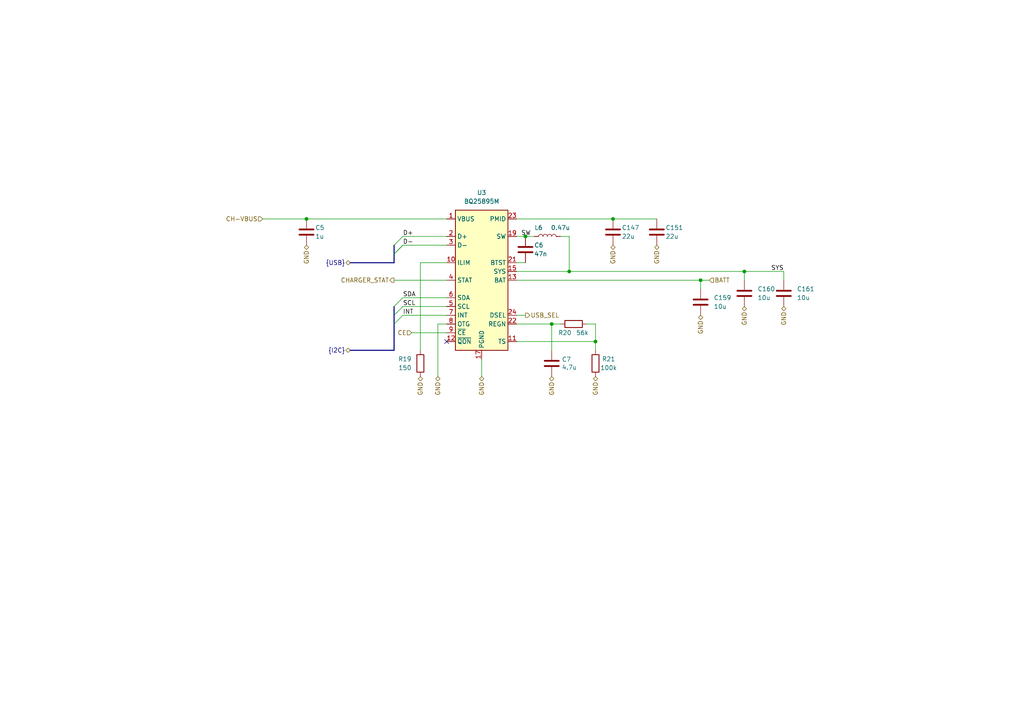
<source format=kicad_sch>
(kicad_sch (version 20250114) (generator "eeschema") (generator_version "9.0")
  (paper "A4")
  (lib_symbols
    (symbol "Battery_Management:BQ25895RTW"
      (property "Reference" "U" (at -5.08 22.86 0))
      (property "Value" "BQ25895RTW" (at 5.08 22.86 0))
      (symbol "BQ25895RTW_0_1"
        (rectangle (start -7.62 20.32) (end 7.62 -20.32) (stroke (width 0.254)) (fill (type background)))
      )
      (symbol "BQ25895RTW_1_1"
        (pin power_in line (at -10.16 17.78 0) (length 2.54) (name "VBUS") (number "1"))
        (pin bidirectional line (at -10.16 12.7 0) (length 2.54) (name "D+") (number "2"))
        (pin bidirectional line (at -10.16 10.16 0) (length 2.54) (name "D-") (number "3"))
        (pin passive line (at -10.16 5.08 0) (length 2.54) (name "ILIM") (number "10"))
        (pin open_collector line (at -10.16 0 0) (length 2.54) (name "STAT") (number "4"))
        (pin bidirectional line (at -10.16 -5.08 0) (length 2.54) (name "SDA") (number "6"))
        (pin input line (at -10.16 -7.62 0) (length 2.54) (name "SCL") (number "5"))
        (pin open_collector line (at -10.16 -10.16 0) (length 2.54) (name "INT") (number "7"))
        (pin input line (at -10.16 -12.7 0) (length 2.54) (name "OTG") (number "8"))
        (pin input line (at -10.16 -15.24 0) (length 2.54) (name "~{CE}") (number "9"))
        (pin input line (at -10.16 -17.78 0) (length 2.54) (name "~{QON}") (number "12"))
        (pin power_in line (at 0 -22.86 90) (length 2.54) (name "PGND") (number "17"))
        (pin passive line (at 0 -22.86 90) (length 2.54) (hide yes) (name "PGND") (number "18"))
        (pin passive line (at 0 -22.86 90) (length 2.54) (hide yes) (name "PGND") (number "25"))
        (pin power_out line (at 10.16 17.78 180) (length 2.54) (name "PMID") (number "23"))
        (pin power_out line (at 10.16 12.7 180) (length 2.54) (name "SW") (number "19"))
        (pin passive line (at 10.16 12.7 180) (length 2.54) (hide yes) (name "SW") (number "20"))
        (pin passive line (at 10.16 5.08 180) (length 2.54) (name "BTST") (number "21"))
        (pin passive line (at 10.16 2.54 180) (length 2.54) (name "SYS") (number "15"))
        (pin passive line (at 10.16 2.54 180) (length 2.54) (hide yes) (name "SYS") (number "16"))
        (pin passive line (at 10.16 0 180) (length 2.54) (name "BAT") (number "13"))
        (pin passive line (at 10.16 0 180) (length 2.54) (hide yes) (name "BAT") (number "14"))
        (pin open_collector line (at 10.16 -10.16 180) (length 2.54) (name "DSEL") (number "24"))
        (pin passive line (at 10.16 -12.7 180) (length 2.54) (name "REGN") (number "22"))
        (pin passive line (at 10.16 -17.78 180) (length 2.54) (name "TS") (number "11"))
      )
    )
    (symbol "Device:C" (pin_numbers (hide yes)) (pin_names (offset 0.254))
      (property "Reference" "C" (at 0.635 2.54 0))
      (property "Value" "C" (at 0.635 -2.54 0))
      (symbol "C_0_1"
        (polyline (pts (xy -2.032 0.762) (xy 2.032 0.762)) (stroke (width 0.508)))
        (polyline (pts (xy -2.032 -0.762) (xy 2.032 -0.762)) (stroke (width 0.508)))
      )
      (symbol "C_1_1"
        (pin passive line (at 0 3.81 270) (length 2.794) (name "~") (number "1"))
        (pin passive line (at 0 -3.81 90) (length 2.794) (name "~") (number "2"))
      )
    )
    (symbol "Device:L" (pin_numbers (hide yes)) (pin_names (offset 1.016) (hide yes))
      (property "Reference" "L" (at -1.27 0 90))
      (property "Value" "L" (at 1.905 0 90))
      (symbol "L_0_1"
        (arc (start 0 2.54) (mid 0.6323 1.905) (end 0 1.27))
        (arc (start 0 1.27) (mid 0.6323 0.635) (end 0 0))
        (arc (start 0 0) (mid 0.6323 -0.635) (end 0 -1.27))
        (arc (start 0 -1.27) (mid 0.6323 -1.905) (end 0 -2.54))
      )
      (symbol "L_1_1"
        (pin passive line (at 0 3.81 270) (length 1.27) (name "1") (number "1"))
        (pin passive line (at 0 -3.81 90) (length 1.27) (name "2") (number "2"))
      )
    )
    (symbol "Device:R" (pin_numbers (hide yes)) (pin_names (offset 0))
      (property "Reference" "R" (at 2.032 0 90))
      (property "Value" "R" (at 0 0 90))
      (symbol "R_0_1"
        (rectangle (start -1.016 -2.54) (end 1.016 2.54) (stroke (width 0.254)))
      )
      (symbol "R_1_1"
        (pin passive line (at 0 3.81 270) (length 1.27) (name "~") (number "1"))
        (pin passive line (at 0 -3.81 90) (length 1.27) (name "~") (number "2"))
      )
    )
  )
  (junction (at 172.72 99.06))
  (junction (at 165.1 78.74))
  (junction (at 88.9 63.5))
  (junction (at 177.8 63.5))
  (junction (at 203.2 81.28))
  (junction (at 215.9 78.74))
  (junction (at 160.02 93.98))
  (junction (at 152.4 68.58))
  (no_connect (at 129.54 99.06))
  (bus_entry (at 114.3 93.98) (size 2.54 -2.54))
  (bus_entry (at 114.3 88.9) (size 2.54 -2.54))
  (bus_entry (at 114.3 71.12) (size 2.54 -2.54))
  (bus_entry (at 114.3 73.66) (size 2.54 -2.54))
  (bus_entry (at 114.3 91.44) (size 2.54 -2.54))
  (bus_entry (at 114.3 73.66) (size 2.54 -2.54))
  (bus (pts (xy 114.3 76.2) (xy 101.6 76.2)))
  (bus (pts (xy 101.6 101.6) (xy 114.3 101.6)))
  (wire (pts (xy 149.86 93.98) (xy 160.02 93.98)))
  (wire (pts (xy 172.72 99.06) (xy 172.72 101.6)))
  (bus (pts (xy 114.3 73.66) (xy 114.3 76.2)))
  (bus (pts (xy 114.3 93.98) (xy 114.3 91.44)))
  (wire (pts (xy 165.1 78.74) (xy 215.9 78.74)))
  (wire (pts (xy 129.54 93.98) (xy 127 93.98)))
  (wire (pts (xy 165.1 68.58) (xy 165.1 78.74)))
  (wire (pts (xy 129.54 71.12) (xy 116.84 71.12)))
  (wire (pts (xy 121.92 101.6) (xy 121.92 76.2)))
  (bus (pts (xy 114.3 71.12) (xy 114.3 73.66)))
  (wire (pts (xy 127 93.98) (xy 127 109.22)))
  (wire (pts (xy 88.9 63.5) (xy 129.54 63.5)))
  (wire (pts (xy 149.86 63.5) (xy 177.8 63.5)))
  (wire (pts (xy 215.9 78.74) (xy 227.33 78.74)))
  (wire (pts (xy 162.56 68.58) (xy 165.1 68.58)))
  (wire (pts (xy 149.86 68.58) (xy 152.4 68.58)))
  (wire (pts (xy 116.84 86.36) (xy 129.54 86.36)))
  (wire (pts (xy 121.92 76.2) (xy 129.54 76.2)))
  (wire (pts (xy 114.3 81.28) (xy 129.54 81.28)))
  (bus (pts (xy 114.3 101.6) (xy 114.3 93.98)))
  (wire (pts (xy 139.7 109.22) (xy 139.7 104.14)))
  (wire (pts (xy 177.8 63.5) (xy 190.5 63.5)))
  (wire (pts (xy 205.74 81.28) (xy 203.2 81.28)))
  (wire (pts (xy 227.33 78.74) (xy 227.33 81.28)))
  (wire (pts (xy 76.2 63.5) (xy 88.9 63.5)))
  (wire (pts (xy 129.54 68.58) (xy 116.84 68.58)))
  (wire (pts (xy 170.18 93.98) (xy 172.72 93.98)))
  (wire (pts (xy 172.72 93.98) (xy 172.72 99.06)))
  (wire (pts (xy 149.86 76.2) (xy 152.4 76.2)))
  (wire (pts (xy 203.2 81.28) (xy 203.2 83.82)))
  (wire (pts (xy 215.9 78.74) (xy 215.9 81.28)))
  (wire (pts (xy 149.86 78.74) (xy 165.1 78.74)))
  (bus (pts (xy 114.3 91.44) (xy 114.3 88.9)))
  (wire (pts (xy 160.02 93.98) (xy 162.56 93.98)))
  (wire (pts (xy 116.84 91.44) (xy 129.54 91.44)))
  (wire (pts (xy 149.86 91.44) (xy 152.4 91.44)))
  (wire (pts (xy 160.02 93.98) (xy 160.02 101.6)))
  (wire (pts (xy 149.86 99.06) (xy 172.72 99.06)))
  (wire (pts (xy 116.84 88.9) (xy 129.54 88.9)))
  (wire (pts (xy 152.4 68.58) (xy 154.94 68.58)))
  (wire (pts (xy 149.86 81.28) (xy 203.2 81.28)))
  (wire (pts (xy 119.38 96.52) (xy 129.54 96.52)))
  (label "D+" (at 116.84 68.58 0))
  (label "SCL" (at 116.84 88.9 0))
  (label "SDA" (at 116.84 86.36 0))
  (label "SYS" (at 227.33 78.74 180))
  (label "D-" (at 116.84 71.12 0))
  (label "INT" (at 116.84 91.44 0))
  (label "SW" (at 151.13 68.58 0))
  (hierarchical_label "GND" (shape bidirectional) (at 121.92 109.22 270))
  (hierarchical_label "GND" (shape bidirectional) (at 190.5 71.12 270))
  (hierarchical_label "{USB}" (shape bidirectional) (at 101.6 76.2 180))
  (hierarchical_label "{I2C}" (shape bidirectional) (at 101.6 101.6 180))
  (hierarchical_label "GND" (shape bidirectional) (at 203.2 91.44 270))
  (hierarchical_label "CHARGER_STAT" (shape output) (at 114.3 81.28 180))
  (hierarchical_label "GND" (shape bidirectional) (at 127 109.22 270))
  (hierarchical_label "GND" (shape bidirectional) (at 160.02 109.22 270))
  (hierarchical_label "CE" (shape input) (at 119.38 96.52 180))
  (hierarchical_label "GND" (shape bidirectional) (at 139.7 109.22 270))
  (hierarchical_label "GND" (shape bidirectional) (at 88.9 71.12 270))
  (hierarchical_label "USB_SEL" (shape output) (at 152.4 91.44 0))
  (hierarchical_label "GND" (shape bidirectional) (at 215.9 88.9 270))
  (hierarchical_label "GND" (shape bidirectional) (at 177.8 71.12 270))
  (hierarchical_label "BATT" (shape input) (at 205.74 81.28 0))
  (hierarchical_label "GND" (shape bidirectional) (at 227.33 88.9 270))
  (hierarchical_label "GND" (shape bidirectional) (at 172.72 109.22 270))
  (hierarchical_label "CH-VBUS" (shape input) (at 76.2 63.5 180))
  (symbol (lib_id "Device:C") (at 177.8 67.31 0) (unit 1)
    (property "Reference" "C147" (at 180.34 66.04 0) (effects (justify left)))
    (property "Value" "22u" (at 180.34 68.58 0) (effects (justify left)))
    (property "Footprint" "Capacitor_SMD:C_0805_2012Metric" (effects (hide yes)))
    (property "LCSC" "C45783" (effects (hide yes)))
    (property "Basic/Extended" "B" (effects (hide yes)))
    (property "info" "25V, X5R" (effects (hide yes)))
    (property "Price (100ks)" "0.0215" (effects (hide yes)))
    (property "Price (1ks)" "0.0215" (effects (hide yes)))
  )
  (symbol (lib_id "Device:C") (at 227.33 85.09 0) (unit 1)
    (property "Reference" "C161" (at 231.14 83.82 0) (effects (justify left)))
    (property "Value" "10u" (at 231.14 86.36 0) (effects (justify left)))
    (property "Footprint" "Capacitor_SMD:C_0603_1608Metric" (effects (hide yes)))
    (property "Basic/Extended" "B" (effects (hide yes)))
    (property "LCSC" "C96446" (effects (hide yes)))
    (property "info" "25V, X5R" (effects (hide yes)))
    (property "Price (100ks)" "0.0159" (effects (hide yes)))
    (property "Price (1ks)" "0.0159" (effects (hide yes)))
  )
  (symbol (lib_id "Device:R") (at 166.37 93.98 90) (unit 1)
    (property "Reference" "R20" (at 163.83 96.52 90))
    (property "Value" "56k" (at 168.91 96.52 90))
    (property "Footprint" "Resistor_SMD:R_0402_1005Metric" (effects (hide yes)))
    (property "LCSC" "C25796" (effects (hide yes)))
    (property "Basic/Extended" "E" (effects (hide yes)))
    (property "Price (100ks)" "0.0005" (effects (hide yes)))
    (property "Price (1ks)" "0.0005" (effects (hide yes)))
  )
  (symbol (lib_id "Device:C") (at 215.9 85.09 0) (unit 1)
    (property "Reference" "C160" (at 219.71 83.82 0) (effects (justify left)))
    (property "Value" "10u" (at 219.71 86.36 0) (effects (justify left)))
    (property "Footprint" "Capacitor_SMD:C_0603_1608Metric" (effects (hide yes)))
    (property "Basic/Extended" "B" (effects (hide yes)))
    (property "LCSC" "C96446" (effects (hide yes)))
    (property "info" "25V, X5R" (effects (hide yes)))
    (property "Price (100ks)" "0.0159" (effects (hide yes)))
    (property "Price (1ks)" "0.0159" (effects (hide yes)))
  )
  (symbol (lib_id "Device:C") (at 203.2 87.63 0) (unit 1)
    (property "Reference" "C159" (at 207.01 86.36 0) (effects (justify left)))
    (property "Value" "10u" (at 207.01 88.9 0) (effects (justify left)))
    (property "Footprint" "Capacitor_SMD:C_0603_1608Metric" (effects (hide yes)))
    (property "Basic/Extended" "B" (effects (hide yes)))
    (property "LCSC" "C96446" (effects (hide yes)))
    (property "info" "25V, X5R" (effects (hide yes)))
    (property "Price (100ks)" "0.0159" (effects (hide yes)))
    (property "Price (1ks)" "0.0159" (effects (hide yes)))
  )
  (symbol (lib_id "Device:L") (at 158.75 68.58 90) (unit 1)
    (property "Reference" "L6" (at 156.21 66.04 90))
    (property "Value" "0.47u" (at 162.56 66.04 90))
    (property "Footprint" "Inductor_SMD:L_Sunlord_MWSA0402S" (effects (hide yes)))
    (property "LCSC" "C167200" (effects (hide yes)))
    (property "Basic/Extended" "E" (effects (hide yes)))
    (property "Price (100ks)" "0.0996" (effects (hide yes)))
    (property "Price (1ks)" "0.1133" (effects (hide yes)))
  )
  (symbol (lib_id "Device:R") (at 121.92 105.41 0) (mirror y) (unit 1)
    (property "Reference" "R19" (at 119.38 104.14 0) (effects (justify left)))
    (property "Value" "150" (at 119.38 106.68 0) (effects (justify left)))
    (property "Footprint" "Resistor_SMD:R_0402_1005Metric" (effects (hide yes)))
    (property "LCSC" "C2909321" (effects (hide yes)))
  )
  (symbol (lib_id "Device:R") (at 172.72 105.41 0) (mirror x) (unit 1)
    (property "Reference" "R21" (at 176.53 104.14 0))
    (property "Value" "100k" (at 176.53 106.68 0))
    (property "Footprint" "Resistor_SMD:R_0402_1005Metric" (effects (hide yes)))
    (property "Basic/Extended" "B" (effects (hide yes)))
    (property "LCSC" "C25741" (effects (hide yes)))
    (property "Price (100ks)" "0.0005" (effects (hide yes)))
    (property "Price (1ks)" "0.0005" (effects (hide yes)))
  )
  (symbol (lib_id "Device:C") (at 160.02 105.41 0) (unit 1)
    (property "Reference" "C7" (at 162.941 104.2416 0) (effects (justify left)))
    (property "Value" "4.7u" (at 162.941 106.553 0) (effects (justify left)))
    (property "Footprint" "Capacitor_SMD:C_0603_1608Metric" (effects (hide yes)))
    (property "LCSC" "C19666" (effects (hide yes)))
    (property "Basic/Extended" "B" (effects (hide yes)))
    (property "info" "16V, X5R" (effects (hide yes)))
    (property "Price (100ks)" "0.0088" (effects (hide yes)))
    (property "Price (1ks)" "0.0088" (effects (hide yes)))
  )
  (symbol (lib_id "Device:C") (at 88.9 67.31 0) (mirror y) (unit 1)
    (property "Reference" "C5" (at 91.44 66.04 0) (effects (justify right)))
    (property "Value" "1u" (at 91.44 68.58 0) (effects (justify right)))
    (property "Footprint" "Capacitor_SMD:C_0402_1005Metric" (effects (hide yes)))
    (property "LCSC" "C52923" (effects (hide yes)))
    (property "JLCPCB_CORRECTION" "0;0;0" (effects (hide yes)))
    (property "Basic/Extended" "B" (effects (hide yes)))
    (property "info" "25V, X5R" (effects (hide yes)))
    (property "Price (100ks)" "0.0029" (effects (hide yes)))
    (property "Price (1ks)" "0.0029" (effects (hide yes)))
  )
  (symbol (lib_id "Battery_Management:BQ25895RTW") (at 139.7 81.28 0) (unit 1)
    (property "Reference" "U3" (at 139.7 55.88 0))
    (property "Value" "BQ25895M" (at 139.7 58.42 0))
    (property "Footprint" "Package_DFN_QFN:Texas_RTW_WQFN-24-1EP_4x4mm_P0.5mm_EP2.7x2.7mm_ThermalVias" (effects (hide yes)))
    (property "Datasheet" "https://wmsc.lcsc.com/wmsc/upload/file/pdf/v2/lcsc/2001181534_Texas-Instruments-BQ25895MRTWR_C485917.pdf" (effects (hide yes)))
    (property "LCSC" "C80200" (effects (hide yes)))
    (property "Price (100ks)" "0.8670" (effects (hide yes)))
    (property "Price (1ks)" "1.7400" (effects (hide yes)))
    (property "Basic/Extended" "E" (effects (hide yes)))
  )
  (symbol (lib_id "Device:C") (at 152.4 72.39 0) (mirror y) (unit 1)
    (property "Reference" "C6" (at 154.94 71.12 0) (effects (justify right)))
    (property "Value" "47n" (at 154.94 73.66 0) (effects (justify right)))
    (property "Footprint" "Capacitor_SMD:C_0402_1005Metric" (effects (hide yes)))
    (property "LCSC" "C82219" (effects (hide yes)))
    (property "Basic/Extended" "E" (effects (hide yes)))
    (property "info" "50V, X7R" (effects (hide yes)))
    (property "Price (100ks)" "0.0019" (effects (hide yes)))
    (property "Price (1ks)" "0.0019" (effects (hide yes)))
  )
  (symbol (lib_id "Device:C") (at 190.5 67.31 0) (unit 1)
    (property "Reference" "C151" (at 193.04 66.04 0) (effects (justify left)))
    (property "Value" "22u" (at 193.04 68.58 0) (effects (justify left)))
    (property "Footprint" "Capacitor_SMD:C_0805_2012Metric" (effects (hide yes)))
    (property "LCSC" "C45783" (effects (hide yes)))
    (property "Basic/Extended" "B" (effects (hide yes)))
    (property "info" "25V, X5R" (effects (hide yes)))
    (property "Price (100ks)" "0.0215" (effects (hide yes)))
    (property "Price (1ks)" "0.0215" (effects (hide yes)))
  )
)
</source>
